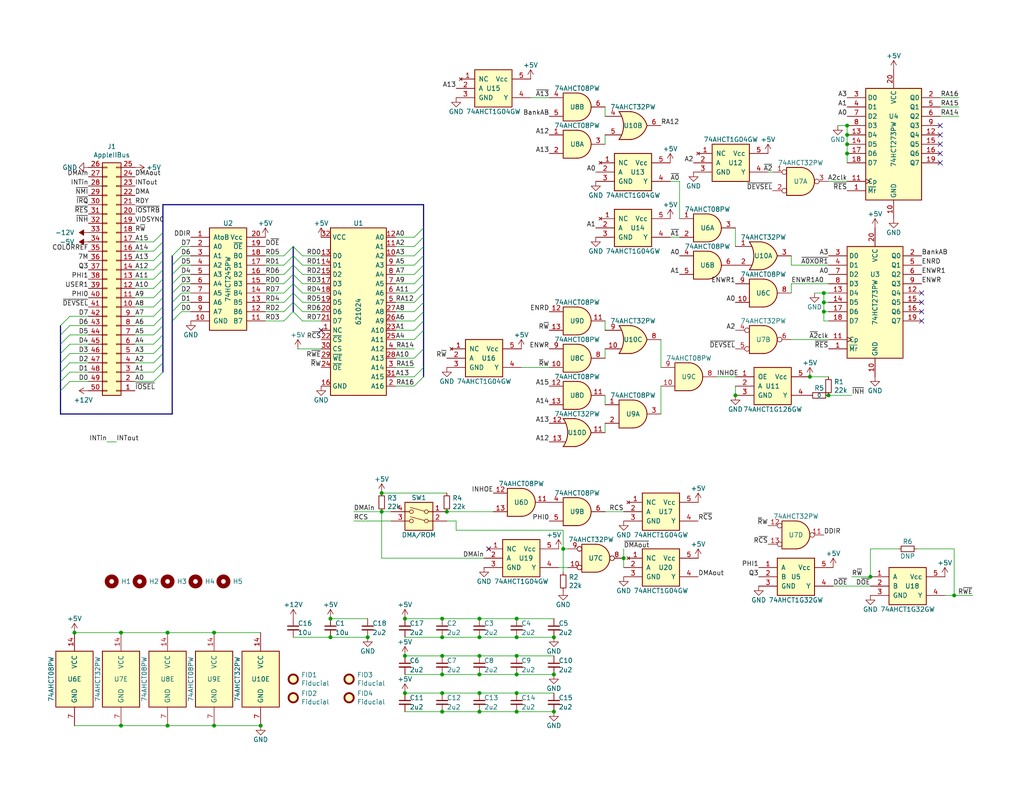
<source format=kicad_sch>
(kicad_sch (version 20230121) (generator eeschema)
  (paper "USLetter")
  (title_block (title "RAM128 (GW4208B)") (date "2023-12-07") (rev "1.2") (company "Garrett's Workshop"))
  (junction (at 120.65 179.07))
  (junction (at 110.49 189.23))
  (junction (at 200.66 107.95))
  (junction (at 151.13 194.31))
  (junction (at 130.81 168.91))
  (junction (at 120.65 173.99))
  (junction (at 120.65 194.31))
  (junction (at 120.65 168.91))
  (junction (at 130.81 179.07))
  (junction (at 140.97 168.91))
  (junction (at 231.14 36.83))
  (junction (at 71.12 198.12))
  (junction (at 58.42 198.12))
  (junction (at 140.97 173.99))
  (junction (at 90.17 173.99))
  (junction (at 100.33 173.99))
  (junction (at 130.81 189.23))
  (junction (at 120.65 189.23))
  (junction (at 140.97 184.15))
  (junction (at 130.81 184.15))
  (junction (at 231.14 34.29))
  (junction (at 110.49 168.91))
  (junction (at 45.72 198.12))
  (junction (at 224.79 82.55))
  (junction (at 104.14 134.62))
  (junction (at 33.02 172.72))
  (junction (at 226.06 107.95))
  (junction (at 104.14 139.7))
  (junction (at 170.18 152.4))
  (junction (at 151.13 184.15))
  (junction (at 260.35 162.56))
  (junction (at 151.13 173.99))
  (junction (at 231.14 39.37))
  (junction (at 140.97 179.07))
  (junction (at 90.17 168.91))
  (junction (at 231.14 41.91))
  (junction (at 45.72 172.72))
  (junction (at 220.98 102.87))
  (junction (at 33.02 198.12))
  (junction (at 224.79 80.01))
  (junction (at 121.92 139.7))
  (junction (at 120.65 184.15))
  (junction (at 130.81 173.99))
  (junction (at 153.67 149.86))
  (junction (at 140.97 194.31))
  (junction (at 140.97 189.23))
  (junction (at 224.79 85.09))
  (junction (at 20.32 172.72))
  (junction (at 130.81 194.31))
  (junction (at 110.49 179.07))
  (junction (at 58.42 172.72))
  (junction (at 237.49 157.48))
  (no_connect (at 256.54 36.83))
  (no_connect (at 87.63 90.17))
  (no_connect (at 251.46 80.01))
  (no_connect (at 256.54 34.29))
  (no_connect (at 251.46 82.55))
  (no_connect (at 256.54 41.91))
  (no_connect (at 256.54 44.45))
  (no_connect (at 133.35 149.86))
  (no_connect (at 251.46 87.63))
  (no_connect (at 251.46 85.09))
  (no_connect (at 256.54 39.37))
  (bus_entry (at 46.99 85.09) (size 2.54 -2.54))
  (bus_entry (at 115.57 62.23) (size -2.54 2.54))
  (bus_entry (at 80.01 69.85) (size 2.54 2.54))
  (bus_entry (at 115.57 72.39) (size -2.54 2.54))
  (bus_entry (at 46.99 82.55) (size 2.54 -2.54))
  (bus_entry (at 44.45 73.66) (size -2.54 2.54))
  (bus_entry (at 115.57 87.63) (size -2.54 2.54))
  (bus_entry (at 16.51 99.06) (size 2.54 -2.54))
  (bus_entry (at 115.57 64.77) (size -2.54 2.54))
  (bus_entry (at 46.99 72.39) (size 2.54 -2.54))
  (bus_entry (at 16.51 93.98) (size 2.54 -2.54))
  (bus_entry (at 44.45 63.5) (size -2.54 2.54))
  (bus_entry (at 44.45 81.28) (size -2.54 2.54))
  (bus_entry (at 16.51 88.9) (size 2.54 -2.54))
  (bus_entry (at 80.01 77.47) (size 2.54 2.54))
  (bus_entry (at 16.51 106.68) (size 2.54 -2.54))
  (bus_entry (at 46.99 74.93) (size 2.54 -2.54))
  (bus_entry (at 77.47 74.93) (size 2.54 -2.54))
  (bus_entry (at 115.57 67.31) (size -2.54 2.54))
  (bus_entry (at 77.47 69.85) (size 2.54 -2.54))
  (bus_entry (at 115.57 77.47) (size -2.54 2.54))
  (bus_entry (at 44.45 96.52) (size -2.54 2.54))
  (bus_entry (at 77.47 72.39) (size 2.54 -2.54))
  (bus_entry (at 80.01 80.01) (size 2.54 2.54))
  (bus_entry (at 44.45 93.98) (size -2.54 2.54))
  (bus_entry (at 44.45 101.6) (size -2.54 2.54))
  (bus_entry (at 115.57 90.17) (size -2.54 2.54))
  (bus_entry (at 44.45 71.12) (size -2.54 2.54))
  (bus_entry (at 44.45 78.74) (size -2.54 2.54))
  (bus_entry (at 46.99 87.63) (size 2.54 -2.54))
  (bus_entry (at 44.45 66.04) (size -2.54 2.54))
  (bus_entry (at 16.51 91.44) (size 2.54 -2.54))
  (bus_entry (at 44.45 99.06) (size -2.54 2.54))
  (bus_entry (at 80.01 82.55) (size 2.54 2.54))
  (bus_entry (at 44.45 68.58) (size -2.54 2.54))
  (bus_entry (at 115.57 85.09) (size -2.54 2.54))
  (bus_entry (at 46.99 80.01) (size 2.54 -2.54))
  (bus_entry (at 115.57 74.93) (size -2.54 2.54))
  (bus_entry (at 44.45 88.9) (size -2.54 2.54))
  (bus_entry (at 80.01 74.93) (size 2.54 2.54))
  (bus_entry (at 44.45 76.2) (size -2.54 2.54))
  (bus_entry (at 80.01 85.09) (size 2.54 2.54))
  (bus_entry (at 77.47 87.63) (size 2.54 -2.54))
  (bus_entry (at 44.45 91.44) (size -2.54 2.54))
  (bus_entry (at 80.01 72.39) (size 2.54 2.54))
  (bus_entry (at 16.51 101.6) (size 2.54 -2.54))
  (bus_entry (at 115.57 82.55) (size -2.54 2.54))
  (bus_entry (at 115.57 69.85) (size -2.54 2.54))
  (bus_entry (at 46.99 69.85) (size 2.54 -2.54))
  (bus_entry (at 44.45 83.82) (size -2.54 2.54))
  (bus_entry (at 44.45 86.36) (size -2.54 2.54))
  (bus_entry (at 46.99 77.47) (size 2.54 -2.54))
  (bus_entry (at 115.57 102.87) (size -2.54 2.54))
  (bus_entry (at 77.47 85.09) (size 2.54 -2.54))
  (bus_entry (at 115.57 100.33) (size -2.54 2.54))
  (bus_entry (at 115.57 95.25) (size -2.54 2.54))
  (bus_entry (at 77.47 77.47) (size 2.54 -2.54))
  (bus_entry (at 77.47 80.01) (size 2.54 -2.54))
  (bus_entry (at 80.01 67.31) (size 2.54 2.54))
  (bus_entry (at 16.51 104.14) (size 2.54 -2.54))
  (bus_entry (at 77.47 82.55) (size 2.54 -2.54))
  (bus_entry (at 16.51 96.52) (size 2.54 -2.54))
  (bus_entry (at 115.57 80.01) (size -2.54 2.54))
  (wire (pts (xy 36.83 96.52) (xy 41.91 96.52)))
  (bus (pts (xy 115.57 90.17) (xy 115.57 95.25)))
  (wire (pts (xy 104.14 139.7) (xy 106.68 139.7)))
  (wire (pts (xy 231.14 36.83) (xy 231.14 39.37)))
  (wire (pts (xy 130.81 173.99) (xy 140.97 173.99)))
  (wire (pts (xy 260.35 162.56) (xy 260.35 149.86)))
  (wire (pts (xy 228.6 34.29) (xy 231.14 34.29)))
  (wire (pts (xy 19.05 101.6) (xy 24.13 101.6)))
  (bus (pts (xy 115.57 69.85) (xy 115.57 72.39)))
  (bus (pts (xy 44.45 63.5) (xy 44.45 66.04)))
  (wire (pts (xy 110.49 168.91) (xy 120.65 168.91)))
  (wire (pts (xy 200.66 62.23) (xy 200.66 67.31)))
  (wire (pts (xy 82.55 74.93) (xy 87.63 74.93)))
  (wire (pts (xy 200.66 107.95) (xy 200.66 105.41)))
  (wire (pts (xy 77.47 69.85) (xy 72.39 69.85)))
  (wire (pts (xy 107.95 64.77) (xy 113.03 64.77)))
  (wire (pts (xy 36.83 71.12) (xy 41.91 71.12)))
  (wire (pts (xy 227.33 160.02) (xy 237.49 160.02)))
  (wire (pts (xy 261.62 31.75) (xy 256.54 31.75)))
  (wire (pts (xy 120.65 189.23) (xy 130.81 189.23)))
  (wire (pts (xy 82.55 85.09) (xy 87.63 85.09)))
  (bus (pts (xy 16.51 93.98) (xy 16.51 96.52)))
  (bus (pts (xy 80.01 77.47) (xy 80.01 80.01)))
  (wire (pts (xy 49.53 67.31) (xy 52.07 67.31)))
  (wire (pts (xy 107.95 97.79) (xy 113.03 97.79)))
  (bus (pts (xy 115.57 55.88) (xy 44.45 55.88)))
  (wire (pts (xy 153.67 144.78) (xy 153.67 149.86)))
  (bus (pts (xy 115.57 95.25) (xy 115.57 100.33)))
  (wire (pts (xy 121.92 139.7) (xy 134.62 139.7)))
  (wire (pts (xy 226.06 92.71) (xy 215.9 92.71)))
  (wire (pts (xy 130.81 189.23) (xy 140.97 189.23)))
  (bus (pts (xy 16.51 96.52) (xy 16.51 99.06)))
  (wire (pts (xy 107.95 77.47) (xy 113.03 77.47)))
  (bus (pts (xy 46.99 85.09) (xy 46.99 87.63)))
  (bus (pts (xy 44.45 96.52) (xy 44.45 99.06)))
  (wire (pts (xy 96.52 142.24) (xy 106.68 142.24)))
  (bus (pts (xy 80.01 82.55) (xy 80.01 85.09)))
  (wire (pts (xy 165.1 107.95) (xy 165.1 110.49)))
  (wire (pts (xy 140.97 173.99) (xy 151.13 173.99)))
  (wire (pts (xy 226.06 87.63) (xy 224.79 87.63)))
  (wire (pts (xy 142.24 100.33) (xy 149.86 100.33)))
  (wire (pts (xy 77.47 87.63) (xy 72.39 87.63)))
  (wire (pts (xy 185.42 49.53) (xy 185.42 59.69)))
  (wire (pts (xy 49.53 85.09) (xy 52.07 85.09)))
  (bus (pts (xy 115.57 67.31) (xy 115.57 69.85)))
  (wire (pts (xy 19.05 86.36) (xy 24.13 86.36)))
  (wire (pts (xy 20.32 198.12) (xy 33.02 198.12)))
  (bus (pts (xy 16.51 104.14) (xy 16.51 106.68)))
  (bus (pts (xy 16.51 106.68) (xy 16.51 113.03)))
  (wire (pts (xy 120.65 173.99) (xy 130.81 173.99)))
  (bus (pts (xy 46.99 69.85) (xy 46.99 72.39)))
  (wire (pts (xy 224.79 85.09) (xy 224.79 82.55)))
  (wire (pts (xy 120.65 184.15) (xy 130.81 184.15)))
  (wire (pts (xy 124.46 144.78) (xy 124.46 142.24)))
  (wire (pts (xy 19.05 104.14) (xy 24.13 104.14)))
  (wire (pts (xy 77.47 82.55) (xy 72.39 82.55)))
  (wire (pts (xy 124.46 142.24) (xy 121.92 142.24)))
  (wire (pts (xy 120.65 189.23) (xy 110.49 189.23)))
  (wire (pts (xy 107.95 85.09) (xy 113.03 85.09)))
  (wire (pts (xy 200.66 102.87) (xy 195.58 102.87)))
  (wire (pts (xy 45.72 198.12) (xy 58.42 198.12)))
  (wire (pts (xy 96.52 139.7) (xy 104.14 139.7)))
  (bus (pts (xy 80.01 67.31) (xy 80.01 69.85)))
  (wire (pts (xy 232.41 157.48) (xy 237.49 157.48)))
  (bus (pts (xy 80.01 74.93) (xy 80.01 77.47)))
  (wire (pts (xy 130.81 168.91) (xy 140.97 168.91)))
  (wire (pts (xy 107.95 72.39) (xy 113.03 72.39)))
  (bus (pts (xy 115.57 55.88) (xy 115.57 62.23)))
  (wire (pts (xy 154.94 154.94) (xy 152.4 154.94)))
  (wire (pts (xy 180.34 105.41) (xy 180.34 113.03)))
  (wire (pts (xy 165.1 87.63) (xy 165.1 90.17)))
  (bus (pts (xy 16.51 91.44) (xy 16.51 93.98)))
  (wire (pts (xy 80.01 173.99) (xy 90.17 173.99)))
  (bus (pts (xy 44.45 83.82) (xy 44.45 86.36)))
  (wire (pts (xy 120.65 194.31) (xy 130.81 194.31)))
  (wire (pts (xy 153.67 149.86) (xy 153.67 156.21)))
  (bus (pts (xy 115.57 100.33) (xy 115.57 102.87)))
  (wire (pts (xy 36.83 73.66) (xy 41.91 73.66)))
  (bus (pts (xy 46.99 72.39) (xy 46.99 74.93)))
  (bus (pts (xy 44.45 93.98) (xy 44.45 96.52)))
  (bus (pts (xy 115.57 85.09) (xy 115.57 87.63)))
  (wire (pts (xy 107.95 105.41) (xy 113.03 105.41)))
  (bus (pts (xy 115.57 77.47) (xy 115.57 80.01)))
  (bus (pts (xy 80.01 72.39) (xy 80.01 74.93)))
  (wire (pts (xy 19.05 93.98) (xy 24.13 93.98)))
  (bus (pts (xy 115.57 82.55) (xy 115.57 85.09)))
  (wire (pts (xy 36.83 83.82) (xy 41.91 83.82)))
  (wire (pts (xy 19.05 88.9) (xy 24.13 88.9)))
  (wire (pts (xy 237.49 149.86) (xy 237.49 157.48)))
  (wire (pts (xy 82.55 77.47) (xy 87.63 77.47)))
  (wire (pts (xy 120.65 168.91) (xy 130.81 168.91)))
  (wire (pts (xy 36.83 81.28) (xy 41.91 81.28)))
  (wire (pts (xy 130.81 194.31) (xy 140.97 194.31)))
  (wire (pts (xy 104.14 152.4) (xy 132.08 152.4)))
  (wire (pts (xy 81.28 95.25) (xy 87.63 95.25)))
  (wire (pts (xy 232.41 107.95) (xy 226.06 107.95)))
  (wire (pts (xy 215.9 69.85) (xy 215.9 72.39)))
  (wire (pts (xy 140.97 194.31) (xy 151.13 194.31)))
  (wire (pts (xy 165.1 139.7) (xy 170.18 139.7)))
  (wire (pts (xy 222.25 80.01) (xy 224.79 80.01)))
  (wire (pts (xy 226.06 85.09) (xy 224.79 85.09)))
  (wire (pts (xy 82.55 82.55) (xy 87.63 82.55)))
  (wire (pts (xy 121.92 134.62) (xy 104.14 134.62)))
  (wire (pts (xy 77.47 77.47) (xy 72.39 77.47)))
  (wire (pts (xy 36.83 99.06) (xy 41.91 99.06)))
  (wire (pts (xy 77.47 74.93) (xy 72.39 74.93)))
  (wire (pts (xy 153.67 144.78) (xy 124.46 144.78)))
  (wire (pts (xy 153.67 149.86) (xy 154.94 149.86)))
  (wire (pts (xy 104.14 139.7) (xy 104.14 152.4)))
  (wire (pts (xy 58.42 198.12) (xy 71.12 198.12)))
  (wire (pts (xy 185.42 64.77) (xy 182.88 64.77)))
  (wire (pts (xy 36.83 88.9) (xy 41.91 88.9)))
  (wire (pts (xy 107.95 100.33) (xy 113.03 100.33)))
  (wire (pts (xy 260.35 162.56) (xy 257.81 162.56)))
  (wire (pts (xy 82.55 80.01) (xy 87.63 80.01)))
  (wire (pts (xy 36.83 93.98) (xy 41.91 93.98)))
  (wire (pts (xy 36.83 66.04) (xy 41.91 66.04)))
  (bus (pts (xy 46.99 87.63) (xy 46.99 113.03)))
  (wire (pts (xy 226.06 80.01) (xy 224.79 80.01)))
  (wire (pts (xy 36.83 104.14) (xy 41.91 104.14)))
  (bus (pts (xy 115.57 74.93) (xy 115.57 77.47)))
  (bus (pts (xy 16.51 99.06) (xy 16.51 101.6)))
  (wire (pts (xy 165.1 95.25) (xy 165.1 97.79)))
  (wire (pts (xy 140.97 189.23) (xy 151.13 189.23)))
  (wire (pts (xy 107.95 80.01) (xy 113.03 80.01)))
  (wire (pts (xy 49.53 72.39) (xy 52.07 72.39)))
  (bus (pts (xy 46.99 77.47) (xy 46.99 80.01)))
  (bus (pts (xy 44.45 78.74) (xy 44.45 81.28)))
  (wire (pts (xy 45.72 172.72) (xy 58.42 172.72)))
  (wire (pts (xy 36.83 76.2) (xy 41.91 76.2)))
  (wire (pts (xy 140.97 184.15) (xy 151.13 184.15)))
  (wire (pts (xy 107.95 82.55) (xy 113.03 82.55)))
  (bus (pts (xy 115.57 62.23) (xy 115.57 64.77)))
  (bus (pts (xy 115.57 80.01) (xy 115.57 82.55)))
  (wire (pts (xy 107.95 90.17) (xy 113.03 90.17)))
  (wire (pts (xy 107.95 95.25) (xy 113.03 95.25)))
  (wire (pts (xy 107.95 102.87) (xy 113.03 102.87)))
  (bus (pts (xy 44.45 81.28) (xy 44.45 83.82)))
  (wire (pts (xy 107.95 87.63) (xy 113.03 87.63)))
  (wire (pts (xy 77.47 72.39) (xy 72.39 72.39)))
  (bus (pts (xy 44.45 99.06) (xy 44.45 101.6)))
  (bus (pts (xy 44.45 76.2) (xy 44.45 78.74)))
  (wire (pts (xy 33.02 198.12) (xy 45.72 198.12)))
  (wire (pts (xy 36.83 68.58) (xy 41.91 68.58)))
  (bus (pts (xy 44.45 73.66) (xy 44.45 76.2)))
  (wire (pts (xy 224.79 87.63) (xy 224.79 85.09)))
  (bus (pts (xy 46.99 113.03) (xy 16.51 113.03)))
  (wire (pts (xy 231.14 41.91) (xy 231.14 44.45)))
  (wire (pts (xy 110.49 194.31) (xy 120.65 194.31)))
  (wire (pts (xy 120.65 179.07) (xy 110.49 179.07)))
  (bus (pts (xy 46.99 80.01) (xy 46.99 82.55)))
  (wire (pts (xy 215.9 77.47) (xy 215.9 80.01)))
  (wire (pts (xy 107.95 69.85) (xy 113.03 69.85)))
  (wire (pts (xy 209.55 46.99) (xy 210.82 46.99)))
  (wire (pts (xy 90.17 168.91) (xy 100.33 168.91)))
  (wire (pts (xy 82.55 69.85) (xy 87.63 69.85)))
  (wire (pts (xy 58.42 172.72) (xy 71.12 172.72)))
  (wire (pts (xy 220.98 102.87) (xy 226.06 102.87)))
  (wire (pts (xy 20.32 172.72) (xy 33.02 172.72)))
  (bus (pts (xy 115.57 64.77) (xy 115.57 67.31)))
  (bus (pts (xy 44.45 88.9) (xy 44.45 91.44)))
  (bus (pts (xy 44.45 86.36) (xy 44.45 88.9)))
  (wire (pts (xy 36.83 78.74) (xy 41.91 78.74)))
  (wire (pts (xy 19.05 96.52) (xy 24.13 96.52)))
  (wire (pts (xy 261.62 26.67) (xy 256.54 26.67)))
  (wire (pts (xy 170.18 152.4) (xy 170.18 149.86)))
  (wire (pts (xy 140.97 168.91) (xy 151.13 168.91)))
  (wire (pts (xy 170.18 152.4) (xy 170.18 154.94)))
  (wire (pts (xy 110.49 184.15) (xy 120.65 184.15)))
  (bus (pts (xy 46.99 74.93) (xy 46.99 77.47)))
  (wire (pts (xy 19.05 99.06) (xy 24.13 99.06)))
  (wire (pts (xy 110.49 173.99) (xy 120.65 173.99)))
  (bus (pts (xy 16.51 101.6) (xy 16.51 104.14)))
  (wire (pts (xy 49.53 80.01) (xy 52.07 80.01)))
  (wire (pts (xy 165.1 31.75) (xy 165.1 29.21)))
  (bus (pts (xy 115.57 87.63) (xy 115.57 90.17)))
  (wire (pts (xy 90.17 173.99) (xy 100.33 173.99)))
  (wire (pts (xy 260.35 149.86) (xy 250.19 149.86)))
  (bus (pts (xy 44.45 71.12) (xy 44.45 73.66)))
  (bus (pts (xy 44.45 91.44) (xy 44.45 93.98)))
  (wire (pts (xy 49.53 77.47) (xy 52.07 77.47)))
  (wire (pts (xy 165.1 115.57) (xy 165.1 118.11)))
  (wire (pts (xy 140.97 179.07) (xy 151.13 179.07)))
  (wire (pts (xy 120.65 179.07) (xy 130.81 179.07)))
  (wire (pts (xy 82.55 72.39) (xy 87.63 72.39)))
  (wire (pts (xy 107.95 92.71) (xy 113.03 92.71)))
  (bus (pts (xy 44.45 68.58) (xy 44.45 71.12)))
  (wire (pts (xy 224.79 80.01) (xy 224.79 82.55)))
  (wire (pts (xy 77.47 80.01) (xy 72.39 80.01)))
  (wire (pts (xy 33.02 172.72) (xy 45.72 172.72)))
  (bus (pts (xy 115.57 72.39) (xy 115.57 74.93)))
  (wire (pts (xy 180.34 92.71) (xy 180.34 100.33)))
  (wire (pts (xy 231.14 34.29) (xy 231.14 36.83)))
  (wire (pts (xy 19.05 91.44) (xy 24.13 91.44)))
  (wire (pts (xy 49.53 69.85) (xy 52.07 69.85)))
  (wire (pts (xy 107.95 74.93) (xy 113.03 74.93)))
  (wire (pts (xy 182.88 49.53) (xy 185.42 49.53)))
  (wire (pts (xy 226.06 82.55) (xy 224.79 82.55)))
  (bus (pts (xy 44.45 66.04) (xy 44.45 68.58)))
  (wire (pts (xy 31.75 120.65) (xy 29.21 120.65)))
  (wire (pts (xy 36.83 86.36) (xy 41.91 86.36)))
  (wire (pts (xy 36.83 101.6) (xy 41.91 101.6)))
  (bus (pts (xy 16.51 88.9) (xy 16.51 91.44)))
  (wire (pts (xy 36.83 91.44) (xy 41.91 91.44)))
  (wire (pts (xy 245.11 149.86) (xy 237.49 149.86)))
  (wire (pts (xy 231.14 39.37) (xy 231.14 41.91)))
  (wire (pts (xy 226.06 49.53) (xy 231.14 49.53)))
  (wire (pts (xy 215.9 72.39) (xy 226.06 72.39)))
  (wire (pts (xy 82.55 87.63) (xy 87.63 87.63)))
  (bus (pts (xy 80.01 69.85) (xy 80.01 72.39)))
  (wire (pts (xy 256.54 29.21) (xy 261.62 29.21)))
  (wire (pts (xy 130.81 184.15) (xy 140.97 184.15)))
  (wire (pts (xy 144.78 26.67) (xy 149.86 26.67)))
  (wire (pts (xy 265.43 162.56) (xy 260.35 162.56)))
  (wire (pts (xy 165.1 36.83) (xy 165.1 39.37)))
  (wire (pts (xy 130.81 179.07) (xy 140.97 179.07)))
  (bus (pts (xy 46.99 82.55) (xy 46.99 85.09)))
  (wire (pts (xy 107.95 67.31) (xy 113.03 67.31)))
  (wire (pts (xy 77.47 85.09) (xy 72.39 85.09)))
  (wire (pts (xy 49.53 82.55) (xy 52.07 82.55)))
  (wire (pts (xy 49.53 74.93) (xy 52.07 74.93)))
  (bus (pts (xy 44.45 55.88) (xy 44.45 63.5)))
  (wire (pts (xy 215.9 77.47) (xy 226.06 77.47)))
  (bus (pts (xy 80.01 80.01) (xy 80.01 82.55)))
  (label "INTout" (at 31.75 120.65 0))
  (label "~{RES}" (at 231.14 52.07 180))
  (label "D3" (at 24.13 96.52 180))
  (label "~{R}W" (at 149.86 100.33 180))
  (label "RD7" (at 72.39 80.01 0))
  (label "A13" (at 36.83 71.12 0))
  (label "A0" (at 231.14 31.75 180))
  (label "A2" (at 36.83 99.06 0))
  (label "RD2" (at 87.63 74.93 180))
  (label "R~{W}" (at 232.41 157.48 0))
  (label "A14" (at 36.83 68.58 0))
  (label "A8" (at 36.83 83.82 0))
  (label "RA16" (at 113.03 105.41 180))
  (label "A2clk" (at 231.14 49.53 180))
  (label "RD6" (at 72.39 74.93 0))
  (label "D5" (at 24.13 91.44 180))
  (label "PHI0" (at 149.86 142.24 180))
  (label "~{DEVSEL}" (at 200.66 95.25 180))
  (label "A1" (at 36.83 101.6 0))
  (label "D0" (at 52.07 85.09 180))
  (label "~{IOSTRB}" (at 36.83 58.42 0))
  (label "A0" (at 226.06 74.93 180))
  (label "A0" (at 200.66 82.55 180))
  (label "~{RES}" (at 226.06 95.25 180))
  (label "Q3" (at 207.01 157.48 180))
  (label "A10" (at 36.83 78.74 0))
  (label "ENWR1" (at 200.66 77.47 180))
  (label "A13" (at 124.46 24.13 180))
  (label "A6" (at 36.83 88.9 0))
  (label "RD1" (at 72.39 72.39 0))
  (label "A1" (at 162.56 62.23 180))
  (label "DDIR" (at 52.07 64.77 180))
  (label "D0" (at 24.13 104.14 180))
  (label "ENWR" (at 251.46 77.47 0))
  (label "A11" (at 107.95 80.01 0))
  (label "A5" (at 107.95 72.39 0))
  (label "INHOE" (at 195.58 102.87 0))
  (label "A13" (at 107.95 102.87 0))
  (label "D3" (at 52.07 77.47 180))
  (label "A3" (at 107.95 69.85 0))
  (label "RA14" (at 113.03 95.25 180))
  (label "A2" (at 107.95 67.31 0))
  (label "D~{OE}" (at 237.49 160.02 180))
  (label "USER1" (at 24.13 78.74 180))
  (label "D7" (at 24.13 86.36 180))
  (label "ENRD" (at 149.86 85.09 180))
  (label "INHOE" (at 134.62 134.62 180))
  (label "~{INH}" (at 24.13 60.96 180))
  (label "D7" (at 52.07 67.31 180))
  (label "INTin" (at 29.21 120.65 180))
  (label "A4" (at 107.95 92.71 0))
  (label "A1" (at 231.14 29.21 180))
  (label "A7" (at 107.95 74.93 0))
  (label "R~{W}" (at 36.83 63.5 0))
  (label "DMAin" (at 24.13 48.26 180))
  (label "ENWR1A0" (at 215.9 77.47 0))
  (label "RA12" (at 180.34 34.29 0))
  (label "~{A1}" (at 185.42 64.77 180))
  (label "A7" (at 36.83 86.36 0))
  (label "A3" (at 36.83 96.52 0))
  (label "D~{OE}" (at 227.33 160.02 0))
  (label "~{IRQ}" (at 24.13 55.88 180))
  (label "RD5" (at 87.63 82.55 180))
  (label "D4" (at 52.07 74.93 180))
  (label "~{A2}clk" (at 226.06 92.71 180))
  (label "R~{W}" (at 149.86 90.17 180))
  (label "D2" (at 52.07 80.01 180))
  (label "RA15" (at 261.62 29.21 180))
  (label "A12" (at 149.86 36.83 180))
  (label "A3" (at 226.06 69.85 180))
  (label "~{IOSEL}" (at 36.83 106.68 0))
  (label "~{DEVSEL}" (at 24.13 83.82 180))
  (label "~{RES}" (at 24.13 58.42 180))
  (label "A15" (at 36.83 66.04 0))
  (label "BankAB" (at 251.46 69.85 0))
  (label "R~{CS}" (at 209.55 148.59 180))
  (label "R~{WE}" (at 87.63 97.79 180))
  (label "RA14" (at 261.62 31.75 180))
  (label "R~{WE}" (at 265.43 162.56 180))
  (label "A0" (at 36.83 104.14 0))
  (label "A12" (at 149.86 120.65 180))
  (label "D1" (at 24.13 101.6 180))
  (label "RD0" (at 72.39 77.47 0))
  (label "PHI1" (at 24.13 76.2 180))
  (label "A8" (at 107.95 85.09 0))
  (label "A1" (at 185.42 74.93 180))
  (label "RD6" (at 87.63 85.09 180))
  (label "A3" (at 231.14 26.67 180))
  (label "D6" (at 52.07 69.85 180))
  (label "RA12" (at 107.95 82.55 0))
  (label "INTout" (at 36.83 50.8 0))
  (label "R~{W}" (at 121.92 97.79 180))
  (label "DMAin" (at 132.08 152.4 180))
  (label "A12" (at 36.83 73.66 0))
  (label "RD3" (at 87.63 77.47 180))
  (label "PHI1" (at 207.01 154.94 180))
  (label "~{INH}" (at 232.41 107.95 0))
  (label "A9" (at 107.95 77.47 0))
  (label "BankAB" (at 149.86 31.75 180))
  (label "~{DEVSEL}" (at 210.82 52.07 180))
  (label "~{DMAout}" (at 170.18 149.86 0))
  (label "A1" (at 107.95 90.17 0))
  (label "~{NMI}" (at 24.13 53.34 180))
  (label "D2" (at 24.13 99.06 180))
  (label "RCS" (at 96.52 142.24 0))
  (label "INTin" (at 24.13 50.8 180))
  (label "A11" (at 36.83 76.2 0))
  (label "RCS" (at 170.18 139.7 180))
  (label "A14" (at 149.86 110.49 180))
  (label "~{A2}" (at 210.82 46.99 180))
  (label "RD1" (at 87.63 72.39 180))
  (label "A0" (at 185.42 69.85 180))
  (label "RD4" (at 72.39 82.55 0))
  (label "D~{OE}" (at 72.39 67.31 0))
  (label "PHI0" (at 24.13 81.28 180))
  (label "D5" (at 52.07 72.39 180))
  (label "A2" (at 189.23 44.45 180))
  (label "DDIR" (at 224.79 146.05 0))
  (label "~{R}W" (at 87.63 100.33 180))
  (label "VIDSYNC" (at 36.83 60.96 0))
  (label "Q3" (at 24.13 73.66 180))
  (label "A6" (at 107.95 87.63 0))
  (label "DMAin" (at 96.52 139.7 0))
  (label "DMAout" (at 36.83 48.26 0))
  (label "RD7" (at 87.63 87.63 180))
  (label "A5" (at 36.83 91.44 0))
  (label "7M" (at 24.13 71.12 180))
  (label "A0" (at 162.56 46.99 180))
  (label "RD4" (at 87.63 80.01 180))
  (label "RD3" (at 72.39 87.63 0))
  (label "R~{CS}" (at 87.63 92.71 180))
  (label "A13" (at 149.86 115.57 180))
  (label "A0" (at 107.95 64.77 0))
  (label "DMA" (at 36.83 53.34 0))
  (label "A4" (at 36.83 93.98 0))
  (label "RA16" (at 261.62 26.67 180))
  (label "DMAout" (at 190.5 157.48 0))
  (label "R~{CS}" (at 190.5 142.24 0))
  (label "~{R}W" (at 209.55 143.51 180))
  (label "D6" (at 24.13 88.9 180))
  (label "A2" (at 200.66 90.17 180))
  (label "RA15" (at 113.03 100.33 180))
  (label "RD0" (at 87.63 69.85 180))
  (label "RD2" (at 72.39 85.09 0))
  (label "ENRD" (at 251.46 72.39 0))
  (label "D1" (at 52.07 82.55 180))
  (label "RDY" (at 36.83 55.88 0))
  (label "ENWR" (at 149.86 95.25 180))
  (label "ENWR1" (at 251.46 74.93 0))
  (label "A9" (at 36.83 81.28 0))
  (label "~{A0XOR1}" (at 226.06 72.39 180))
  (label "A13" (at 149.86 41.91 180))
  (label "~{A0}" (at 185.42 49.53 180))
  (label "A15" (at 149.86 105.41 180))
  (label "RD5" (at 72.39 69.85 0))
  (label "D4" (at 24.13 93.98 180))
  (label "A10" (at 107.95 97.79 0))
  (label "COLORREF" (at 24.13 68.58 180))
  (label "~{A13}" (at 149.86 26.67 180))
  (symbol (lib_id "Mechanical:MountingHole") (at 53.34 158.75 0) (unit 1)
    (property "Reference" "H4" (at 55.88 158.75 0) (effects (justify left)))
    (property "Value" " " (at 55.88 159.766 0) (effects (justify left)))
    (property "Footprint" "stdpads:PasteHole_1.152mm_NPTH" (effects hide))
  )
  (symbol (lib_id "Connector_Generic:Conn_02x25_Counter_Clockwise") (at 31.75 76.2 180) (unit 1)
    (property "Reference" "J1" (at 30.48 40.005 0))
    (property "Value" "AppleIIBus" (at 30.48 42.3164 0))
    (property "Footprint" "stdpads:AppleIIBus_Edge" (effects hide))
  )
  (symbol (lib_id "power:-12V") (at 24.13 63.5 90) (unit 1)
    (property "Reference" "#PWR0102" (effects hide))
    (property "Value" "-12V" (at 20.32 63.5 90) (effects (justify left)))
  )
  (symbol (lib_id "power:-5V") (at 24.13 66.04 90) (unit 1)
    (property "Reference" "#PWR0101" (effects hide))
    (property "Value" "-5V" (at 20.32 66.04 90) (effects (justify left)))
  )
  (symbol (lib_id "power:+12V") (at 24.13 106.68 90) (unit 1)
    (property "Reference" "#PWR0103" (effects hide))
    (property "Value" "+12V" (at 25.4 109.22 90) (effects (justify left)))
  )
  (symbol (lib_id "power:GND") (at 24.13 45.72 270) (mirror x) (unit 1)
    (property "Reference" "#PWR0108" (effects hide))
    (property "Value" "GND" (at 19.05 45.72 90))
  )
  (symbol (lib_id "power:+5V") (at 36.83 45.72 270) (unit 1)
    (property "Reference" "#PWR0109" (effects hide))
    (property "Value" "+5V" (at 41.91 45.72 90))
  )
  (symbol (lib_id "Device:C_Small") (at 130.81 171.45 0) (unit 1)
    (property "Reference" "C3" (at 132.08 170.18 0) (effects (justify left)))
    (property "Value" "2u2" (at 132.08 172.72 0) (effects (justify left)))
    (property "Footprint" "stdpads:C_0603" (effects hide))
    (property "LCSC Part" "C23630" (effects hide))
  )
  (symbol (lib_id "Device:C_Small") (at 120.65 171.45 0) (unit 1)
    (property "Reference" "C2" (at 121.92 170.18 0) (effects (justify left)))
    (property "Value" "2u2" (at 121.92 172.72 0) (effects (justify left)))
    (property "Footprint" "stdpads:C_0603" (effects hide))
    (property "LCSC Part" "C23630" (effects hide))
  )
  (symbol (lib_id "power:GND") (at 151.13 173.99 0) (unit 1)
    (property "Reference" "#PWR0110" (effects hide))
    (property "Value" "GND" (at 151.13 177.8 0))
  )
  (symbol (lib_id "Mechanical:Fiducial") (at 80.01 185.42 0) (unit 1)
    (property "Reference" "FID1" (at 82.169 184.2516 0) (effects (justify left)))
    (property "Value" "Fiducial" (at 82.169 186.563 0) (effects (justify left)))
    (property "Footprint" "stdpads:Fiducial" (effects hide))
  )
  (symbol (lib_id "Mechanical:Fiducial") (at 80.01 190.5 0) (unit 1)
    (property "Reference" "FID2" (at 82.169 189.3316 0) (effects (justify left)))
    (property "Value" "Fiducial" (at 82.169 191.643 0) (effects (justify left)))
    (property "Footprint" "stdpads:Fiducial" (effects hide))
  )
  (symbol (lib_id "Mechanical:Fiducial") (at 95.25 185.42 0) (unit 1)
    (property "Reference" "FID3" (at 97.409 184.2516 0) (effects (justify left)))
    (property "Value" "Fiducial" (at 97.409 186.563 0) (effects (justify left)))
    (property "Footprint" "stdpads:Fiducial" (effects hide))
  )
  (symbol (lib_id "Mechanical:Fiducial") (at 95.25 190.5 0) (unit 1)
    (property "Reference" "FID4" (at 97.409 189.3316 0) (effects (justify left)))
    (property "Value" "Fiducial" (at 97.409 191.643 0) (effects (justify left)))
    (property "Footprint" "stdpads:Fiducial" (effects hide))
  )
  (symbol (lib_id "power:+5V") (at 87.63 64.77 0) (unit 1)
    (property "Reference" "#PWR0106" (effects hide))
    (property "Value" "+5V" (at 87.63 60.96 0))
  )
  (symbol (lib_id "power:GND") (at 87.63 105.41 0) (unit 1)
    (property "Reference" "#PWR0107" (effects hide))
    (property "Value" "GND" (at 87.63 109.22 0))
  )
  (symbol (lib_id "Device:C_Small") (at 80.01 171.45 0) (unit 1)
    (property "Reference" "C16" (at 81.28 170.18 0) (effects (justify left)))
    (property "Value" "10u" (at 81.28 172.72 0) (effects (justify left)))
    (property "Footprint" "stdpads:C_0805" (effects hide))
    (property "LCSC Part" "C15850" (effects hide))
  )
  (symbol (lib_id "power:+12V") (at 80.01 168.91 0) (mirror y) (unit 1)
    (property "Reference" "#PWR0128" (effects hide))
    (property "Value" "+12V" (at 80.01 165.1 0))
  )
  (symbol (lib_id "Device:C_Small") (at 110.49 181.61 0) (unit 1)
    (property "Reference" "C6" (at 111.76 180.34 0) (effects (justify left)))
    (property "Value" "2u2" (at 111.76 182.88 0) (effects (justify left)))
    (property "Footprint" "stdpads:C_0603" (effects hide))
    (property "LCSC Part" "C23630" (effects hide))
  )
  (symbol (lib_id "Device:C_Small") (at 90.17 171.45 0) (unit 1)
    (property "Reference" "C1" (at 91.44 170.18 0) (effects (justify left)))
    (property "Value" "10u" (at 91.44 172.72 0) (effects (justify left)))
    (property "Footprint" "stdpads:C_0805" (effects hide))
    (property "LCSC Part" "C15850" (effects hide))
  )
  (symbol (lib_id "74xx:74LS32") (at 218.44 49.53 0) (unit 1) (convert 2)
    (property "Reference" "U7" (at 218.44 49.53 0))
    (property "Value" "74AHCT32PW" (at 218.44 44.45 0))
    (property "Footprint" "stdpads:TSSOP-14_4.4x5mm_P0.65mm" (effects hide))
    (property "Datasheet" "http://www.ti.com/lit/gpn/sn74LS32" (effects hide))
    (property "LCSC Part" "C129435" (effects hide))
  )
  (symbol (lib_id "74xx:74LS32") (at 208.28 92.71 0) (unit 2) (convert 2)
    (property "Reference" "U7" (at 208.28 92.71 0))
    (property "Value" "74AHCT32PW" (at 208.28 87.63 0))
    (property "Footprint" "stdpads:TSSOP-14_4.4x5mm_P0.65mm" (effects hide))
    (property "Datasheet" "http://www.ti.com/lit/gpn/sn74LS32" (effects hide))
    (property "LCSC Part" "C129435" (effects hide))
  )
  (symbol (lib_id "GW_Logic:74245") (at 62.23 76.2 0) (unit 1)
    (property "Reference" "U2" (at 62.23 60.96 0))
    (property "Value" "74HCT245PW" (at 62.23 76.2 90))
    (property "Footprint" "stdpads:TSSOP-20_4.4x6.5mm_P0.65mm" (effects hide))
    (property "LCSC Part" "C5980" (effects hide))
  )
  (symbol (lib_id "power:GND") (at 52.07 87.63 0) (mirror y) (unit 1)
    (property "Reference" "#PWR0104" (effects hide))
    (property "Value" "GND" (at 52.07 91.44 0))
  )
  (symbol (lib_id "power:+5V") (at 72.39 64.77 0) (mirror y) (unit 1)
    (property "Reference" "#PWR0105" (effects hide))
    (property "Value" "+5V" (at 72.39 60.96 0))
  )
  (symbol (lib_id "74xx:74LS273") (at 238.76 82.55 0) (unit 1)
    (property "Reference" "U3" (at 238.76 74.93 0))
    (property "Value" "74HCT273PW" (at 238.76 82.55 90))
    (property "Footprint" "stdpads:TSSOP-20_4.4x6.5mm_P0.65mm" (effects hide))
    (property "Datasheet" "http://www.ti.com/lit/gpn/sn74LS273" (effects hide))
    (property "LCSC Part" "C5983" (effects hide))
  )
  (symbol (lib_id "74xx:74LS273") (at 243.84 39.37 0) (unit 1)
    (property "Reference" "U4" (at 243.84 31.75 0))
    (property "Value" "74HCT273PW" (at 243.84 39.37 90))
    (property "Footprint" "stdpads:TSSOP-20_4.4x6.5mm_P0.65mm" (effects hide))
    (property "Datasheet" "http://www.ti.com/lit/gpn/sn74LS273" (effects hide))
    (property "LCSC Part" "C5983" (effects hide))
  )
  (symbol (lib_id "Device:R_Small") (at 153.67 158.75 0) (unit 1)
    (property "Reference" "R2" (at 155.1686 157.5816 0) (effects (justify left)))
    (property "Value" "22k" (at 155.1686 159.893 0) (effects (justify left)))
    (property "Footprint" "stdpads:R_0805" (effects hide))
    (property "LCSC Part" "C17560" (effects hide))
  )
  (symbol (lib_id "power:GND") (at 153.67 161.29 0) (unit 1)
    (property "Reference" "#PWR0123" (effects hide))
    (property "Value" "GND" (at 153.67 165.1 0))
  )
  (symbol (lib_id "power:GND") (at 228.6 34.29 0) (unit 1)
    (property "Reference" "#PWR0112" (effects hide))
    (property "Value" "GND" (at 228.6 38.1 0))
  )
  (symbol (lib_id "GW_Logic:741G04GW") (at 134.62 24.13 0) (unit 1)
    (property "Reference" "U15" (at 134.62 24.13 0))
    (property "Value" "74AHCT1G04GW" (at 134.62 30.48 0))
    (property "Footprint" "stdpads:SOT-353" (effects hide))
    (property "LCSC Part" "C148199" (effects hide))
  )
  (symbol (lib_id "power:GND") (at 124.46 26.67 0) (unit 1)
    (property "Reference" "#PWR0124" (effects hide))
    (property "Value" "GND" (at 124.46 30.48 0))
  )
  (symbol (lib_id "power:+5V") (at 144.78 21.59 0) (unit 1)
    (property "Reference" "#PWR0127" (effects hide))
    (property "Value" "+5V" (at 144.78 17.78 0))
  )
  (symbol (lib_id "power:GND") (at 222.25 80.01 0) (unit 1)
    (property "Reference" "#PWR0125" (effects hide))
    (property "Value" "GND" (at 222.25 83.82 0))
  )
  (symbol (lib_id "GW_Logic:741G04GW") (at 172.72 46.99 0) (unit 1)
    (property "Reference" "U13" (at 173.99 46.99 0))
    (property "Value" "74AHCT1G04GW" (at 172.72 53.34 0))
    (property "Footprint" "stdpads:SOT-353" (effects hide))
    (property "LCSC Part" "C148199" (effects hide))
  )
  (symbol (lib_id "power:GND") (at 162.56 49.53 0) (unit 1)
    (property "Reference" "#PWR0129" (effects hide))
    (property "Value" "GND" (at 162.56 53.34 0))
  )
  (symbol (lib_id "GW_Logic:741G04GW") (at 172.72 62.23 0) (unit 1)
    (property "Reference" "U14" (at 173.99 62.23 0))
    (property "Value" "74AHCT1G04GW" (at 172.72 68.58 0))
    (property "Footprint" "stdpads:SOT-353" (effects hide))
    (property "LCSC Part" "C148199" (effects hide))
  )
  (symbol (lib_id "power:GND") (at 162.56 64.77 0) (unit 1)
    (property "Reference" "#PWR0130" (effects hide))
    (property "Value" "GND" (at 162.56 68.58 0))
  )
  (symbol (lib_id "power:+5V") (at 182.88 44.45 0) (unit 1)
    (property "Reference" "#PWR0131" (effects hide))
    (property "Value" "+5V" (at 182.88 40.64 0))
  )
  (symbol (lib_id "power:+5V") (at 182.88 59.69 0) (unit 1)
    (property "Reference" "#PWR0133" (effects hide))
    (property "Value" "+5V" (at 182.88 55.88 0))
  )
  (symbol (lib_id "GW_Logic:741G04GW") (at 180.34 154.94 0) (unit 1)
    (property "Reference" "U20" (at 181.61 154.94 0))
    (property "Value" "74AHCT1G04GW" (at 180.34 161.29 0))
    (property "Footprint" "stdpads:SOT-353" (effects hide))
    (property "LCSC Part" "C148199" (effects hide))
  )
  (symbol (lib_id "power:GND") (at 170.18 157.48 0) (unit 1)
    (property "Reference" "#PWR0136" (effects hide))
    (property "Value" "GND" (at 170.18 161.29 0))
  )
  (symbol (lib_id "power:+5V") (at 190.5 152.4 0) (unit 1)
    (property "Reference" "#PWR0137" (effects hide))
    (property "Value" "+5V" (at 190.5 148.59 0))
  )
  (symbol (lib_id "GW_Logic:741G04GW") (at 142.24 152.4 0) (unit 1)
    (property "Reference" "U19" (at 143.51 152.4 0))
    (property "Value" "74AHCT1G04GW" (at 142.24 158.75 0))
    (property "Footprint" "stdpads:SOT-353" (effects hide))
    (property "LCSC Part" "C148199" (effects hide))
  )
  (symbol (lib_id "power:GND") (at 132.08 154.94 0) (unit 1)
    (property "Reference" "#PWR0138" (effects hide))
    (property "Value" "GND" (at 132.08 158.75 0))
  )
  (symbol (lib_id "power:+5V") (at 152.4 149.86 0) (unit 1)
    (property "Reference" "#PWR0139" (effects hide))
    (property "Value" "+5V" (at 151.13 146.05 0))
  )
  (symbol (lib_id "GW_Logic:741G04GW") (at 199.39 44.45 0) (unit 1)
    (property "Reference" "U12" (at 200.66 44.45 0))
    (property "Value" "74AHCT1G04GW" (at 199.39 38.1 0))
    (property "Footprint" "stdpads:SOT-353" (effects hide))
    (property "LCSC Part" "C148199" (effects hide))
  )
  (symbol (lib_id "power:GND") (at 189.23 46.99 0) (unit 1)
    (property "Reference" "#PWR0140" (effects hide))
    (property "Value" "GND" (at 189.23 50.8 0))
  )
  (symbol (lib_id "power:+5V") (at 209.55 41.91 0) (unit 1)
    (property "Reference" "#PWR0141" (effects hide))
    (property "Value" "+5V" (at 209.55 38.1 0))
  )
  (symbol (lib_id "GW_Logic:741G04GW") (at 132.08 97.79 0) (unit 1)
    (property "Reference" "U16" (at 133.35 97.79 0))
    (property "Value" "74AHCT1G04GW" (at 132.08 104.14 0))
    (property "Footprint" "stdpads:SOT-353" (effects hide))
    (property "LCSC Part" "C148199" (effects hide))
  )
  (symbol (lib_id "power:GND") (at 121.92 100.33 0) (unit 1)
    (property "Reference" "#PWR0142" (effects hide))
    (property "Value" "GND" (at 121.92 104.14 0))
  )
  (symbol (lib_id "power:+5V") (at 142.24 95.25 0) (unit 1)
    (property "Reference" "#PWR0143" (effects hide))
    (property "Value" "+5V" (at 142.24 91.44 0))
  )
  (symbol (lib_id "GW_Logic:741G04GW") (at 180.34 139.7 0) (unit 1)
    (property "Reference" "U17" (at 181.61 139.7 0))
    (property "Value" "74AHCT1G04GW" (at 180.34 146.05 0))
    (property "Footprint" "stdpads:SOT-353" (effects hide))
    (property "LCSC Part" "C148199" (effects hide))
  )
  (symbol (lib_id "power:GND") (at 170.18 142.24 0) (unit 1)
    (property "Reference" "#PWR0144" (effects hide))
    (property "Value" "GND" (at 170.18 146.05 0))
  )
  (symbol (lib_id "power:+5V") (at 190.5 137.16 0) (unit 1)
    (property "Reference" "#PWR0145" (effects hide))
    (property "Value" "+5V" (at 190.5 133.35 0))
  )
  (symbol (lib_id "74xx:74LS32") (at 217.17 146.05 0) (unit 4) (convert 2)
    (property "Reference" "U7" (at 217.17 146.05 0))
    (property "Value" "74AHCT32PW" (at 217.17 140.97 0))
    (property "Footprint" "stdpads:TSSOP-14_4.4x5mm_P0.65mm" (effects hide))
    (property "Datasheet" "http://www.ti.com/lit/gpn/sn74LS32" (effects hide))
    (property "LCSC Part" "C129435" (effects hide))
  )
  (symbol (lib_id "Device:C_Small") (at 151.13 171.45 0) (unit 1)
    (property "Reference" "C5" (at 152.4 170.18 0) (effects (justify left)))
    (property "Value" "2u2" (at 152.4 172.72 0) (effects (justify left)))
    (property "Footprint" "stdpads:C_0603" (effects hide))
    (property "LCSC Part" "C23630" (effects hide))
  )
  (symbol (lib_id "Device:C_Small") (at 110.49 191.77 0) (unit 1)
    (property "Reference" "C11" (at 111.76 190.5 0) (effects (justify left)))
    (property "Value" "2u2" (at 111.76 193.04 0) (effects (justify left)))
    (property "Footprint" "stdpads:C_0603" (effects hide))
    (property "LCSC Part" "C23630" (effects hide))
  )
  (symbol (lib_id "Device:C_Small") (at 130.81 191.77 0) (unit 1)
    (property "Reference" "C13" (at 132.08 190.5 0) (effects (justify left)))
    (property "Value" "2u2" (at 132.08 193.04 0) (effects (justify left)))
    (property "Footprint" "stdpads:C_0603" (effects hide))
    (property "LCSC Part" "C23630" (effects hide))
  )
  (symbol (lib_id "power:+5V") (at 110.49 189.23 0) (unit 1)
    (property "Reference" "#PWR0147" (effects hide))
    (property "Value" "+5V" (at 110.49 185.42 0))
  )
  (symbol (lib_id "Device:C_Small") (at 120.65 191.77 0) (unit 1)
    (property "Reference" "C12" (at 121.92 190.5 0) (effects (justify left)))
    (property "Value" "2u2" (at 121.92 193.04 0) (effects (justify left)))
    (property "Footprint" "stdpads:C_0603" (effects hide))
    (property "LCSC Part" "C23630" (effects hide))
  )
  (symbol (lib_id "Mechanical:MountingHole") (at 60.96 158.75 0) (unit 1)
    (property "Reference" "H5" (at 63.5 158.75 0) (effects (justify left)))
    (property "Value" " " (at 63.5 159.766 0) (effects (justify left)))
    (property "Footprint" "stdpads:PasteHole_1.152mm_NPTH" (effects hide))
  )
  (symbol (lib_id "power:+5V") (at 81.28 95.25 0) (unit 1)
    (property "Reference" "#PWR0111" (effects hide))
    (property "Value" "+5V" (at 81.28 91.44 0))
  )
  (symbol (lib_id "Device:C_Small") (at 140.97 191.77 0) (unit 1)
    (property "Reference" "C14" (at 142.24 190.5 0) (effects (justify left)))
    (property "Value" "2u2" (at 142.24 193.04 0) (effects (justify left)))
    (property "Footprint" "stdpads:C_0603" (effects hide))
    (property "LCSC Part" "C23630" (effects hide))
  )
  (symbol (lib_id "Device:C_Small") (at 151.13 191.77 0) (unit 1)
    (property "Reference" "C15" (at 152.4 190.5 0) (effects (justify left)))
    (property "Value" "2u2" (at 152.4 193.04 0) (effects (justify left)))
    (property "Footprint" "stdpads:C_0603" (effects hide))
    (property "LCSC Part" "C23630" (effects hide))
  )
  (symbol (lib_id "power:GND") (at 151.13 194.31 0) (unit 1)
    (property "Reference" "#PWR0148" (effects hide))
    (property "Value" "GND" (at 151.13 198.12 0))
  )
  (symbol (lib_id "Device:R_Small") (at 223.52 107.95 270) (unit 1)
    (property "Reference" "R5" (at 223.52 106.68 90) (effects (justify bottom)))
    (property "Value" "0" (at 223.52 107.95 90) (effects (font (size 1.016 1.016))))
    (property "Footprint" "stdpads:R_0805" (effects hide))
    (property "LCSC Part" "C17477" (effects hide))
  )
  (symbol (lib_id "Device:R_Small") (at 121.92 137.16 0) (unit 1)
    (property "Reference" "R4" (at 123.4186 135.9916 0) (effects (justify left)))
    (property "Value" "22k" (at 123.4186 138.303 0) (effects (justify left)))
    (property "Footprint" "stdpads:R_0805" (effects hide))
    (property "LCSC Part" "C17560" (effects hide))
  )
  (symbol (lib_id "power:+5V") (at 104.14 134.62 0) (unit 1)
    (property "Reference" "#PWR0135" (effects hide))
    (property "Value" "+5V" (at 104.14 130.81 0))
  )
  (symbol (lib_id "Device:C_Small") (at 140.97 171.45 0) (unit 1)
    (property "Reference" "C4" (at 142.24 170.18 0) (effects (justify left)))
    (property "Value" "2u2" (at 142.24 172.72 0) (effects (justify left)))
    (property "Footprint" "stdpads:C_0603" (effects hide))
    (property "LCSC Part" "C23630" (effects hide))
  )
  (symbol (lib_id "Mechanical:MountingHole") (at 30.48 158.75 0) (unit 1)
    (property "Reference" "H1" (at 33.02 158.75 0) (effects (justify left)))
    (property "Value" " " (at 33.02 159.766 0) (effects (justify left)))
    (property "Footprint" "stdpads:PasteHole_1.152mm_NPTH" (effects hide))
  )
  (symbol (lib_id "Mechanical:MountingHole") (at 38.1 158.75 0) (unit 1)
    (property "Reference" "H2" (at 40.64 158.75 0) (effects (justify left)))
    (property "Value" " " (at 40.64 159.766 0) (effects (justify left)))
    (property "Footprint" "stdpads:PasteHole_1.152mm_NPTH" (effects hide))
  )
  (symbol (lib_id "Mechanical:MountingHole") (at 45.72 158.75 0) (unit 1)
    (property "Reference" "H3" (at 48.26 158.75 0) (effects (justify left)))
    (property "Value" " " (at 48.26 159.766 0) (effects (justify left)))
    (property "Footprint" "stdpads:PasteHole_1.152mm_NPTH" (effects hide))
  )
  (symbol (lib_id "74xx:74LS08") (at 208.28 80.01 0) (unit 3)
    (property "Reference" "U6" (at 208.28 80.01 0))
    (property "Value" "74AHCT08PW" (at 208.28 74.93 0))
    (property "Footprint" "stdpads:TSSOP-14_4.4x5mm_P0.65mm" (effects hide))
    (property "Datasheet" "http://www.ti.com/lit/gpn/sn74LS08" (effects hide))
    (property "LCSC Part" "C155175" (effects hide))
  )
  (symbol (lib_id "74xx:74LS32") (at 172.72 34.29 0) (unit 2)
    (property "Reference" "U10" (at 172.72 34.29 0))
    (property "Value" "74AHCT32PW" (at 172.72 29.21 0))
    (property "Footprint" "stdpads:TSSOP-14_4.4x5mm_P0.65mm" (effects hide))
    (property "Datasheet" "http://www.ti.com/lit/gpn/sn74LS32" (effects hide))
    (property "LCSC Part" "C129435" (effects hide))
  )
  (symbol (lib_id "74xx:74LS08") (at 157.48 29.21 0) (unit 2)
    (property "Reference" "U8" (at 157.48 29.21 0))
    (property "Value" "74AHCT08PW" (at 157.48 24.13 0))
    (property "Footprint" "stdpads:TSSOP-14_4.4x5mm_P0.65mm" (effects hide))
    (property "Datasheet" "http://www.ti.com/lit/gpn/sn74LS08" (effects hide))
    (property "LCSC Part" "C155175" (effects hide))
  )
  (symbol (lib_id "74xx:74LS08") (at 157.48 39.37 0) (unit 1)
    (property "Reference" "U8" (at 157.48 39.37 0))
    (property "Value" "74AHCT08PW" (at 157.48 34.29 0))
    (property "Footprint" "stdpads:TSSOP-14_4.4x5mm_P0.65mm" (effects hide))
    (property "Datasheet" "http://www.ti.com/lit/gpn/sn74LS08" (effects hide))
    (property "LCSC Part" "C155175" (effects hide))
  )
  (symbol (lib_id "74xx:74LS08") (at 157.48 87.63 0) (unit 4)
    (property "Reference" "U9" (at 157.48 87.63 0))
    (property "Value" "74AHCT08PW" (at 157.48 82.55 0))
    (property "Footprint" "stdpads:TSSOP-14_4.4x5mm_P0.65mm" (effects hide))
    (property "Datasheet" "http://www.ti.com/lit/gpn/sn74LS08" (effects hide))
    (property "LCSC Part" "C155175" (effects hide))
  )
  (symbol (lib_id "74xx:74LS08") (at 157.48 97.79 0) (unit 3)
    (property "Reference" "U8" (at 157.48 97.79 0))
    (property "Value" "74AHCT08PW" (at 157.48 92.71 0))
    (property "Footprint" "stdpads:TSSOP-14_4.4x5mm_P0.65mm" (effects hide))
    (property "Datasheet" "http://www.ti.com/lit/gpn/sn74LS08" (effects hide))
    (property "LCSC Part" "C155175" (effects hide))
  )
  (symbol (lib_id "74xx:74LS08") (at 157.48 107.95 0) (unit 4)
    (property "Reference" "U8" (at 157.48 107.95 0))
    (property "Value" "74AHCT08PW" (at 157.48 102.87 0))
    (property "Footprint" "stdpads:TSSOP-14_4.4x5mm_P0.65mm" (effects hide))
    (property "Datasheet" "http://www.ti.com/lit/gpn/sn74LS08" (effects hide))
    (property "LCSC Part" "C155175" (effects hide))
  )
  (symbol (lib_id "74xx:74LS32") (at 157.48 118.11 0) (unit 4)
    (property "Reference" "U10" (at 157.48 118.11 0))
    (property "Value" "74AHCT32PW" (at 157.48 113.03 0))
    (property "Footprint" "stdpads:TSSOP-14_4.4x5mm_P0.65mm" (effects hide))
    (property "Datasheet" "http://www.ti.com/lit/gpn/sn74LS32" (effects hide))
    (property "LCSC Part" "C129435" (effects hide))
  )
  (symbol (lib_id "74xx:74LS08") (at 172.72 113.03 0) (unit 1)
    (property "Reference" "U9" (at 172.72 113.03 0))
    (property "Value" "74AHCT08PW" (at 172.72 107.95 0))
    (property "Footprint" "stdpads:TSSOP-14_4.4x5mm_P0.65mm" (effects hide))
    (property "Datasheet" "http://www.ti.com/lit/gpn/sn74LS08" (effects hide))
    (property "LCSC Part" "C155175" (effects hide))
  )
  (symbol (lib_id "74xx:74LS32") (at 172.72 92.71 0) (unit 3)
    (property "Reference" "U10" (at 172.72 92.71 0))
    (property "Value" "74AHCT32PW" (at 172.72 87.63 0))
    (property "Footprint" "stdpads:TSSOP-14_4.4x5mm_P0.65mm" (effects hide))
    (property "Datasheet" "http://www.ti.com/lit/gpn/sn74LS32" (effects hide))
    (property "LCSC Part" "C129435" (effects hide))
  )
  (symbol (lib_id "74xx:74LS08") (at 187.96 102.87 0) (unit 3)
    (property "Reference" "U9" (at 187.96 102.87 0))
    (property "Value" "74AHCT08PW" (at 187.96 97.79 0))
    (property "Footprint" "stdpads:TSSOP-14_4.4x5mm_P0.65mm" (effects hide))
    (property "Datasheet" "http://www.ti.com/lit/gpn/sn74LS08" (effects hide))
    (property "LCSC Part" "C155175" (effects hide))
  )
  (symbol (lib_id "74xx:74LS08") (at 157.48 139.7 0) (unit 2)
    (property "Reference" "U9" (at 157.48 139.7 0))
    (property "Value" "74AHCT08PW" (at 157.48 134.62 0))
    (property "Footprint" "stdpads:TSSOP-14_4.4x5mm_P0.65mm" (effects hide))
    (property "Datasheet" "http://www.ti.com/lit/gpn/sn74LS08" (effects hide))
    (property "LCSC Part" "C155175" (effects hide))
  )
  (symbol (lib_id "power:+5V") (at 220.98 102.87 0) (unit 1)
    (property "Reference" "#PWR0113" (effects hide))
    (property "Value" "+5V" (at 220.98 99.06 0))
  )
  (symbol (lib_id "74xx:74LS32") (at 208.28 69.85 0) (unit 1)
    (property "Reference" "U10" (at 208.28 69.85 0))
    (property "Value" "74AHCT32PW" (at 208.28 64.77 0))
    (property "Footprint" "stdpads:TSSOP-14_4.4x5mm_P0.65mm" (effects hide))
    (property "Datasheet" "http://www.ti.com/lit/gpn/sn74LS32" (effects hide))
    (property "LCSC Part" "C129435" (effects hide))
  )
  (symbol (lib_id "74xx:74LS08") (at 193.04 62.23 0) (unit 1)
    (property "Reference" "U6" (at 193.04 62.23 0))
    (property "Value" "74AHCT08PW" (at 193.04 57.15 0))
    (property "Footprint" "stdpads:TSSOP-14_4.4x5mm_P0.65mm" (effects hide))
    (property "Datasheet" "http://www.ti.com/lit/gpn/sn74LS08" (effects hide))
    (property "LCSC Part" "C155175" (effects hide))
  )
  (symbol (lib_id "74xx:74LS08") (at 193.04 72.39 0) (unit 2)
    (property "Reference" "U6" (at 193.04 72.39 0))
    (property "Value" "74AHCT08PW" (at 193.04 67.31 0))
    (property "Footprint" "stdpads:TSSOP-14_4.4x5mm_P0.65mm" (effects hide))
    (property "Datasheet" "http://www.ti.com/lit/gpn/sn74LS08" (effects hide))
    (property "LCSC Part" "C155175" (effects hide))
  )
  (symbol (lib_id "GW_RAM:SRAM-128Kx8-SOP-32") (at 97.79 85.09 0) (mirror y) (unit 1)
    (property "Reference" "U1" (at 97.79 60.96 0))
    (property "Value" "621024" (at 97.79 85.09 90))
    (property "Footprint" "stdpads:SOP-32_450mil" (effects hide))
    (property "Datasheet" "http://www.futurlec.com/Datasheet/Memory/628128.pdf" (effects hide))
    (property "LCSC Part" "C397875" (effects hide))
  )
  (symbol (lib_id "74xx:74LS08") (at 20.32 185.42 0) (unit 5)
    (property "Reference" "U6" (at 20.32 185.42 0))
    (property "Value" "74AHCT08PW" (at 13.97 185.42 90))
    (property "Footprint" "stdpads:TSSOP-14_4.4x5mm_P0.65mm" (effects hide))
    (property "Datasheet" "http://www.ti.com/lit/gpn/sn74LS08" (effects hide))
    (property "LCSC Part" "C155175" (effects hide))
  )
  (symbol (lib_id "74xx:74LS32") (at 33.02 185.42 0) (unit 5)
    (property "Reference" "U7" (at 33.02 185.42 0))
    (property "Value" "74AHCT32PW" (at 26.67 185.42 90))
    (property "Footprint" "stdpads:TSSOP-14_4.4x5mm_P0.65mm" (effects hide))
    (property "Datasheet" "http://www.ti.com/lit/gpn/sn74LS32" (effects hide))
    (property "LCSC Part" "C129435" (effects hide))
  )
  (symbol (lib_id "74xx:74LS08") (at 45.72 185.42 0) (unit 5)
    (property "Reference" "U8" (at 45.72 185.42 0))
    (property "Value" "74AHCT08PW" (at 39.37 185.42 90))
    (property "Footprint" "stdpads:TSSOP-14_4.4x5mm_P0.65mm" (effects hide))
    (property "Datasheet" "http://www.ti.com/lit/gpn/sn74LS08" (effects hide))
    (property "LCSC Part" "C155175" (effects hide))
  )
  (symbol (lib_id "74xx:74LS08") (at 58.42 185.42 0) (unit 5)
    (property "Reference" "U9" (at 58.42 185.42 0))
    (property "Value" "74AHCT08PW" (at 52.07 185.42 90))
    (property "Footprint" "stdpads:TSSOP-14_4.4x5mm_P0.65mm" (effects hide))
    (property "Datasheet" "http://www.ti.com/lit/gpn/sn74LS08" (effects hide))
    (property "LCSC Part" "C155175" (effects hide))
  )
  (symbol (lib_id "74xx:74LS32") (at 71.12 185.42 0) (unit 5)
    (property "Reference" "U10" (at 71.12 185.42 0))
    (property "Value" "74AHCT32PW" (at 64.77 185.42 90))
    (property "Footprint" "stdpads:TSSOP-14_4.4x5mm_P0.65mm" (effects hide))
    (property "Datasheet" "http://www.ti.com/lit/gpn/sn74LS32" (effects hide))
    (property "LCSC Part" "C129435" (effects hide))
  )
  (symbol (lib_id "power:GND") (at 71.12 198.12 0) (unit 1)
    (property "Reference" "#PWR0114" (effects hide))
    (property "Value" "GND" (at 71.12 201.93 0))
  )
  (symbol (lib_id "power:GND") (at 238.76 102.87 0) (unit 1)
    (property "Reference" "#PWR0115" (effects hide))
    (property "Value" "GND" (at 238.76 106.68 0))
  )
  (symbol (lib_id "power:GND") (at 243.84 59.69 0) (unit 1)
    (property "Reference" "#PWR0116" (effects hide))
    (property "Value" "GND" (at 243.84 63.5 0))
  )
  (symbol (lib_id "power:+5V") (at 20.32 172.72 0) (unit 1)
    (property "Reference" "#PWR0117" (effects hide))
    (property "Value" "+5V" (at 20.32 168.91 0))
  )
  (symbol (lib_id "power:+5V") (at 243.84 19.05 0) (unit 1)
    (property "Reference" "#PWR0118" (effects hide))
    (property "Value" "+5V" (at 243.84 15.24 0))
  )
  (symbol (lib_id "power:+5V") (at 238.76 62.23 0) (unit 1)
    (property "Reference" "#PWR0119" (effects hide))
    (property "Value" "+5V" (at 238.76 58.42 0))
  )
  (symbol (lib_id "power:GND") (at 151.13 184.15 0) (unit 1)
    (property "Reference" "#PWR0121" (effects hide))
    (property "Value" "GND" (at 151.13 187.96 0))
  )
  (symbol (lib_id "Device:C_Small") (at 130.81 181.61 0) (unit 1)
    (property "Reference" "C8" (at 132.08 180.34 0) (effects (justify left)))
    (property "Value" "2u2" (at 132.08 182.88 0) (effects (justify left)))
    (property "Footprint" "stdpads:C_0603" (effects hide))
    (property "LCSC Part" "C23630" (effects hide))
  )
  (symbol (lib_id "Device:C_Small") (at 140.97 181.61 0) (unit 1)
    (property "Reference" "C9" (at 142.24 180.34 0) (effects (justify left)))
    (property "Value" "2u2" (at 142.24 182.88 0) (effects (justify left)))
    (property "Footprint" "stdpads:C_0603" (effects hide))
    (property "LCSC Part" "C23630" (effects hide))
  )
  (symbol (lib_id "Device:C_Small") (at 151.13 181.61 0) (unit 1)
    (property "Reference" "C10" (at 152.4 180.34 0) (effects (justify left)))
    (property "Value" "2u2" (at 152.4 182.88 0) (effects (justify left)))
    (property "Footprint" "stdpads:C_0603" (effects hide))
    (property "LCSC Part" "C23630" (effects hide))
  )
  (symbol (lib_id "power:+5V") (at 110.49 179.07 0) (unit 1)
    (property "Reference" "#PWR0122" (effects hide))
    (property "Value" "+5V" (at 110.49 175.26 0))
  )
  (symbol (lib_id "Device:C_Small") (at 120.65 181.61 0) (unit 1)
    (property "Reference" "C7" (at 121.92 180.34 0) (effects (justify left)))
    (property "Value" "2u2" (at 121.92 182.88 0) (effects (justify left)))
    (property "Footprint" "stdpads:C_0603" (effects hide))
    (property "LCSC Part" "C23630" (effects hide))
  )
  (symbol (lib_id "power:GND") (at 200.66 107.95 0) (unit 1)
    (property "Reference" "#PWR0126" (effects hide))
    (property "Value" "GND" (at 200.66 111.76 0))
  )
  (symbol (lib_id "GW_Logic:741G126GW") (at 210.82 105.41 0) (unit 1)
    (property "Reference" "U11" (at 210.82 105.41 0))
    (property "Value" "74AHCT1G126GW" (at 210.82 111.76 0))
    (property "Footprint" "stdpads:SOT-353" (effects hide))
    (property "LCSC Part" "C150723" (effects hide))
  )
  (symbol (lib_id "74xx:74LS08") (at 142.24 137.16 0) (unit 4)
    (property "Reference" "U6" (at 142.24 137.16 0))
    (property "Value" "74AHCT08PW" (at 142.24 132.08 0))
    (property "Footprint" "stdpads:TSSOP-14_4.4x5mm_P0.65mm" (effects hide))
    (property "Datasheet" "http://www.ti.com/lit/gpn/sn74LS08" (effects hide))
    (property "LCSC Part" "C155175" (effects hide))
  )
  (symbol (lib_id "74xx:74LS32") (at 162.56 152.4 0) (unit 3) (convert 2)
    (property "Reference" "U7" (at 162.56 152.4 0))
    (property "Value" "74AHCT32PW" (at 161.29 147.32 0))
    (property "Footprint" "stdpads:TSSOP-14_4.4x5mm_P0.65mm" (effects hide))
    (property "Datasheet" "http://www.ti.com/lit/gpn/sn74LS32" (effects hide))
    (property "LCSC Part" "C129435" (effects hide))
  )
  (symbol (lib_id "Switch:SW_DIP_x02") (at 114.3 142.24 0) (mirror y) (unit 1)
    (property "Reference" "SW1" (at 114.3 135.89 0))
    (property "Value" "DMA/ROM" (at 114.3 146.05 0))
    (property "Footprint" "stdpads:SW_DIP_SPSTx02_Slide_DSHP02TS_P1.27mm" (effects hide))
    (property "LCSC Part" "C319052" (effects hide))
  )
  (symbol (lib_id "Device:R_Small") (at 104.14 137.16 0) (unit 1)
    (property "Reference" "R3" (at 105.6386 135.9916 0) (effects (justify left)))
    (property "Value" "22k" (at 105.6386 138.303 0) (effects (justify left)))
    (property "Footprint" "stdpads:R_0805" (effects hide))
    (property "LCSC Part" "C17560" (effects hide))
  )
  (symbol (lib_id "power:GND") (at 207.01 160.02 0) (unit 1)
    (property "Reference" "#PWR01" (effects hide))
    (property "Value" "GND" (at 207.01 163.83 0))
  )
  (symbol (lib_id "Device:C_Small") (at 110.49 171.45 0) (unit 1)
    (property "Reference" "C17" (at 111.76 170.18 0) (effects (justify left)))
    (property "Value" "2u2" (at 111.76 172.72 0) (effects (justify left)))
    (property "Footprint" "stdpads:C_0603" (effects hide))
    (property "LCSC Part" "C23630" (effects hide))
  )
  (symbol (lib_id "power:+5V") (at 257.81 157.48 0) (unit 1)
    (property "Reference" "#PWR05" (effects hide))
    (property "Value" "+5V" (at 257.81 153.67 0))
  )
  (symbol (lib_id "GW_Logic:741G32GW") (at 247.65 160.02 0) (unit 1)
    (property "Reference" "U18" (at 248.92 160.02 0))
    (property "Value" "74AHCT1G32GW" (at 247.65 166.37 0))
    (property "Footprint" "stdpads:SOT-353" (effects hide))
    (property "LCSC Part" "C554582" (effects hide))
  )
  (symbol (lib_id "GW_Logic:741G32GW") (at 217.17 157.48 0) (unit 1)
    (property "Reference" "U5" (at 217.17 157.48 0))
    (property "Value" "74AHCT1G32GW" (at 217.17 163.83 0))
    (property "Footprint" "stdpads:SOT-353" (effects hide))
    (property "LCSC Part" "C554582" (effects hide))
  )
  (symbol (lib_id "power:+5V") (at 90.17 168.91 0) (unit 1)
    (property "Reference" "#PWR03" (effects hide))
    (property "Value" "+5V" (at 90.17 165.1 0))
  )
  (symbol (lib_id "Device:R_Small") (at 247.65 149.86 90) (unit 1)
    (property "Reference" "R6" (at 247.65 148.59 90) (effects (justify top)))
    (property "Value" "DNP" (at 247.65 151.13 90) (effects (justify bottom)))
    (property "Footprint" "stdpads:R_0805" (effects hide))
  )
  (symbol (lib_id "power:+5V") (at 110.49 168.91 0) (unit 1)
    (property "Reference" "#PWR06" (effects hide))
    (property "Value" "+5V" (at 110.49 165.1 0))
  )
  (symbol (lib_id "Device:R_Small") (at 226.06 105.41 0) (unit 1)
    (property "Reference" "R1" (at 227.5586 104.2416 0) (effects (justify left)))
    (property "Value" "22k" (at 227.5586 106.553 0) (effects (justify left)))
    (property "Footprint" "stdpads:R_0805" (effects hide))
    (property "LCSC Part" "C17560" (effects hide))
  )
  (symbol (lib_id "power:GND") (at 237.49 162.56 0) (unit 1)
    (property "Reference" "#PWR04" (effects hide))
    (property "Value" "GND" (at 237.49 166.37 0))
  )
  (symbol (lib_id "power:GND") (at 100.33 173.99 0) (unit 1)
    (property "Reference" "#PWR07" (effects hide))
    (property "Value" "GND" (at 100.33 177.8 0))
  )
  (symbol (lib_id "power:+5V") (at 227.33 154.94 0) (unit 1)
    (property "Reference" "#PWR02" (effects hide))
    (property "Value" "+5V" (at 227.33 151.13 0))
  )
  (symbol (lib_id "Device:C_Small") (at 100.33 171.45 0) (unit 1)
    (property "Reference" "C18" (at 101.6 170.18 0) (effects (justify left)))
    (property "Value" "2u2" (at 101.6 172.72 0) (effects (justify left)))
    (property "Footprint" "stdpads:C_0603" (effects hide))
    (property "LCSC Part" "C23630" (effects hide))
  )
)
</source>
